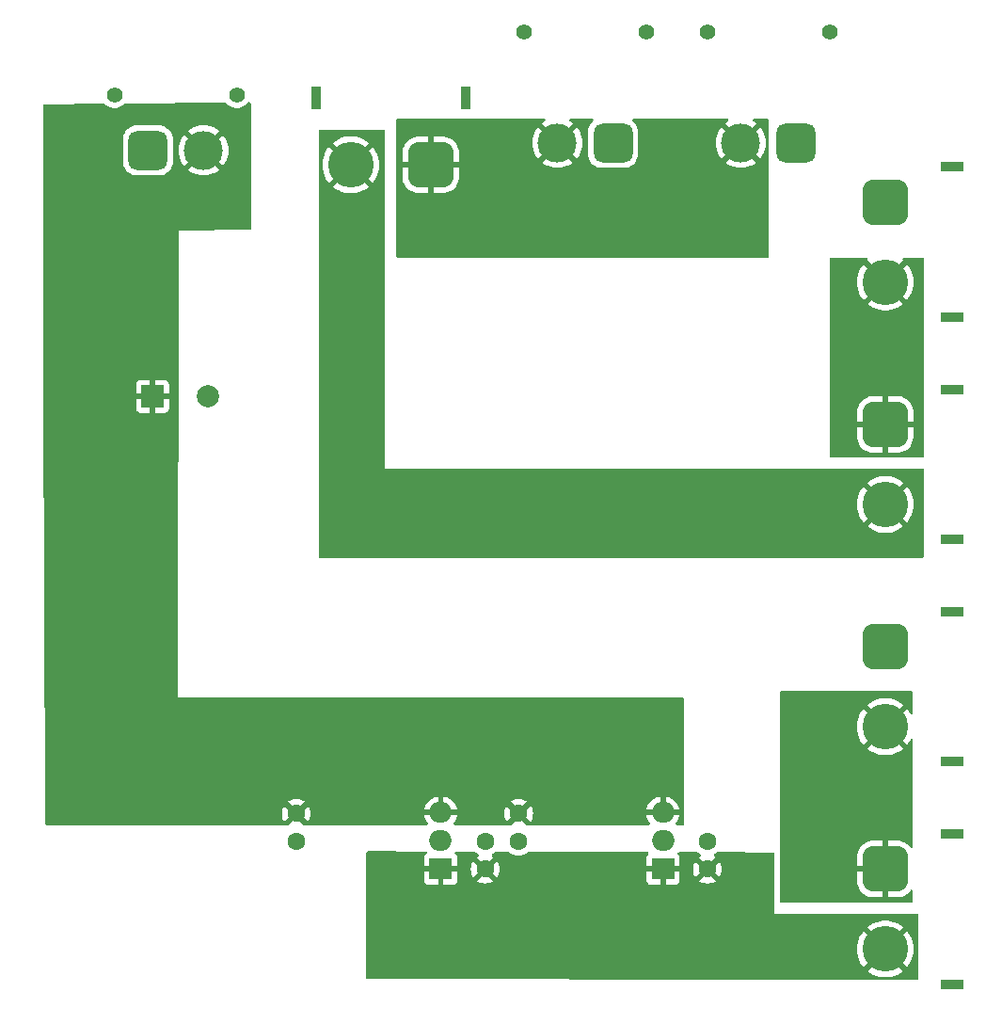
<source format=gbr>
%TF.GenerationSoftware,KiCad,Pcbnew,8.0.8-8.0.8-0~ubuntu24.04.1*%
%TF.CreationDate,2025-02-07T22:49:58+09:00*%
%TF.ProjectId,MainPowerSupply,4d61696e-506f-4776-9572-537570706c79,rev?*%
%TF.SameCoordinates,Original*%
%TF.FileFunction,Copper,L1,Top*%
%TF.FilePolarity,Positive*%
%FSLAX46Y46*%
G04 Gerber Fmt 4.6, Leading zero omitted, Abs format (unit mm)*
G04 Created by KiCad (PCBNEW 8.0.8-8.0.8-0~ubuntu24.04.1) date 2025-02-07 22:49:58*
%MOMM*%
%LPD*%
G01*
G04 APERTURE LIST*
G04 Aperture macros list*
%AMRoundRect*
0 Rectangle with rounded corners*
0 $1 Rounding radius*
0 $2 $3 $4 $5 $6 $7 $8 $9 X,Y pos of 4 corners*
0 Add a 4 corners polygon primitive as box body*
4,1,4,$2,$3,$4,$5,$6,$7,$8,$9,$2,$3,0*
0 Add four circle primitives for the rounded corners*
1,1,$1+$1,$2,$3*
1,1,$1+$1,$4,$5*
1,1,$1+$1,$6,$7*
1,1,$1+$1,$8,$9*
0 Add four rect primitives between the rounded corners*
20,1,$1+$1,$2,$3,$4,$5,0*
20,1,$1+$1,$4,$5,$6,$7,0*
20,1,$1+$1,$6,$7,$8,$9,0*
20,1,$1+$1,$8,$9,$2,$3,0*%
G04 Aperture macros list end*
%TA.AperFunction,ComponentPad*%
%ADD10R,2.000000X0.900000*%
%TD*%
%TA.AperFunction,ComponentPad*%
%ADD11RoundRect,1.025000X-1.025000X1.025000X-1.025000X-1.025000X1.025000X-1.025000X1.025000X1.025000X0*%
%TD*%
%TA.AperFunction,ComponentPad*%
%ADD12C,4.100000*%
%TD*%
%TA.AperFunction,ComponentPad*%
%ADD13C,1.400000*%
%TD*%
%TA.AperFunction,ComponentPad*%
%ADD14RoundRect,0.770000X-0.980000X-0.980000X0.980000X-0.980000X0.980000X0.980000X-0.980000X0.980000X0*%
%TD*%
%TA.AperFunction,ComponentPad*%
%ADD15C,3.500000*%
%TD*%
%TA.AperFunction,ComponentPad*%
%ADD16R,2.000000X2.000000*%
%TD*%
%TA.AperFunction,ComponentPad*%
%ADD17C,2.000000*%
%TD*%
%TA.AperFunction,ComponentPad*%
%ADD18R,0.900000X2.000000*%
%TD*%
%TA.AperFunction,ComponentPad*%
%ADD19RoundRect,1.025000X-1.025000X-1.025000X1.025000X-1.025000X1.025000X1.025000X-1.025000X1.025000X0*%
%TD*%
%TA.AperFunction,ComponentPad*%
%ADD20C,1.600000*%
%TD*%
%TA.AperFunction,ComponentPad*%
%ADD21R,2.000000X1.905000*%
%TD*%
%TA.AperFunction,ComponentPad*%
%ADD22O,2.000000X1.905000*%
%TD*%
G04 APERTURE END LIST*
D10*
%TO.P,J4,*%
%TO.N,*%
X186000000Y-66850000D03*
X186000000Y-80350000D03*
D11*
%TO.P,J4,1,Pin_1*%
%TO.N,GND*%
X180000000Y-70000000D03*
D12*
%TO.P,J4,2,Pin_2*%
%TO.N,motor_batt_connect*%
X180000000Y-77200000D03*
%TD*%
D13*
%TO.P,J10,*%
%TO.N,*%
X164000000Y-54675000D03*
X175000000Y-54675000D03*
D14*
%TO.P,J10,1,Pin_1*%
%TO.N,GND*%
X172000000Y-64675000D03*
D15*
%TO.P,J10,2,Pin_2*%
%TO.N,motor_high*%
X167000000Y-64675000D03*
%TD*%
D10*
%TO.P,J1,*%
%TO.N,*%
X186000000Y-106850000D03*
X186000000Y-120350000D03*
D11*
%TO.P,J1,1,Pin_1*%
%TO.N,OrinGND*%
X180000000Y-110000000D03*
D12*
%TO.P,J1,2,Pin_2*%
%TO.N,orin_batt_connect*%
X180000000Y-117200000D03*
%TD*%
D16*
%TO.P,C3,1*%
%TO.N,12V*%
X114082323Y-87500000D03*
D17*
%TO.P,C3,2*%
%TO.N,OrinGND*%
X119082323Y-87500000D03*
%TD*%
D18*
%TO.P,J8,*%
%TO.N,*%
X128750000Y-60650000D03*
X142250000Y-60650000D03*
D19*
%TO.P,J8,1,Pin_1*%
%TO.N,motor_high*%
X139100000Y-66650000D03*
D12*
%TO.P,J8,2,Pin_2*%
%TO.N,16V*%
X131900000Y-66650000D03*
%TD*%
D20*
%TO.P,C2,1*%
%TO.N,12V*%
X147000000Y-125000000D03*
%TO.P,C2,2*%
%TO.N,OrinGND*%
X147000000Y-127500000D03*
%TD*%
D10*
%TO.P,J5,*%
%TO.N,*%
X186000000Y-86850000D03*
X186000000Y-100350000D03*
D11*
%TO.P,J5,1,Pin_1*%
%TO.N,motor_batt_connect*%
X180000000Y-90000000D03*
D12*
%TO.P,J5,2,Pin_2*%
%TO.N,16V*%
X180000000Y-97200000D03*
%TD*%
D13*
%TO.P,J3,*%
%TO.N,*%
X110650000Y-60350000D03*
X121650000Y-60350000D03*
D14*
%TO.P,J3,1,Pin_1*%
%TO.N,OrinGND*%
X113650000Y-65350000D03*
D15*
%TO.P,J3,2,Pin_2*%
%TO.N,12V*%
X118650000Y-65350000D03*
%TD*%
D20*
%TO.P,C4,1*%
%TO.N,orin in*%
X144000000Y-130000000D03*
%TO.P,C4,2*%
%TO.N,OrinGND*%
X144000000Y-127500000D03*
%TD*%
%TO.P,C1,1*%
%TO.N,orin in*%
X164000000Y-130000000D03*
%TO.P,C1,2*%
%TO.N,OrinGND*%
X164000000Y-127500000D03*
%TD*%
D21*
%TO.P,U1,1,VI*%
%TO.N,orin in*%
X160000000Y-130000000D03*
D22*
%TO.P,U1,2,GND*%
%TO.N,OrinGND*%
X160000000Y-127460000D03*
%TO.P,U1,3,VO*%
%TO.N,12V*%
X160000000Y-124920000D03*
%TD*%
D21*
%TO.P,U2,1,VI*%
%TO.N,orin in*%
X140000000Y-130000000D03*
D22*
%TO.P,U2,2,GND*%
%TO.N,OrinGND*%
X140000000Y-127460000D03*
%TO.P,U2,3,VO*%
%TO.N,12V*%
X140000000Y-124920000D03*
%TD*%
D20*
%TO.P,C5,1*%
%TO.N,12V*%
X127000000Y-125000000D03*
%TO.P,C5,2*%
%TO.N,OrinGND*%
X127000000Y-127500000D03*
%TD*%
D10*
%TO.P,J2,*%
%TO.N,*%
X186000000Y-126850000D03*
X186000000Y-140350000D03*
D11*
%TO.P,J2,1,Pin_1*%
%TO.N,orin_batt_connect*%
X180000000Y-130000000D03*
D12*
%TO.P,J2,2,Pin_2*%
%TO.N,orin in*%
X180000000Y-137200000D03*
%TD*%
D13*
%TO.P,J9,*%
%TO.N,*%
X147500000Y-54675000D03*
X158500000Y-54675000D03*
D14*
%TO.P,J9,1,Pin_1*%
%TO.N,GND*%
X155500000Y-64675000D03*
D15*
%TO.P,J9,2,Pin_2*%
%TO.N,motor_high*%
X150500000Y-64675000D03*
%TD*%
%TA.AperFunction,Conductor*%
%TO.N,motor_high*%
G36*
X149363491Y-62519685D02*
G01*
X149409246Y-62572489D01*
X149419190Y-62641647D01*
X149390165Y-62705203D01*
X149365343Y-62727102D01*
X149127346Y-62886126D01*
X149127339Y-62886131D01*
X149093959Y-62915403D01*
X149093959Y-62915405D01*
X150027028Y-63848474D01*
X149894410Y-63937087D01*
X149762087Y-64069410D01*
X149673474Y-64202027D01*
X148740405Y-63268959D01*
X148740403Y-63268959D01*
X148711131Y-63302339D01*
X148711126Y-63302346D01*
X148547265Y-63547580D01*
X148547258Y-63547593D01*
X148416812Y-63812111D01*
X148322005Y-64091400D01*
X148322001Y-64091415D01*
X148264464Y-64380675D01*
X148264462Y-64380687D01*
X148245172Y-64675000D01*
X148264462Y-64969312D01*
X148264464Y-64969324D01*
X148322001Y-65258584D01*
X148322005Y-65258599D01*
X148416812Y-65537888D01*
X148547258Y-65802406D01*
X148547265Y-65802419D01*
X148711123Y-66047649D01*
X148740405Y-66081040D01*
X149673474Y-65147971D01*
X149762087Y-65280590D01*
X149894410Y-65412913D01*
X150027027Y-65501525D01*
X149093958Y-66434593D01*
X149127350Y-66463876D01*
X149372580Y-66627734D01*
X149372593Y-66627741D01*
X149637111Y-66758187D01*
X149916400Y-66852994D01*
X149916415Y-66852998D01*
X150205675Y-66910535D01*
X150205687Y-66910537D01*
X150500000Y-66929827D01*
X150794312Y-66910537D01*
X150794324Y-66910535D01*
X151083584Y-66852998D01*
X151083599Y-66852994D01*
X151362888Y-66758187D01*
X151627406Y-66627741D01*
X151627419Y-66627734D01*
X151872648Y-66463877D01*
X151906039Y-66434593D01*
X150972971Y-65501525D01*
X151105590Y-65412913D01*
X151237913Y-65280590D01*
X151326525Y-65147971D01*
X152259593Y-66081039D01*
X152288877Y-66047648D01*
X152452734Y-65802419D01*
X152452741Y-65802406D01*
X152583187Y-65537888D01*
X152677994Y-65258599D01*
X152677998Y-65258584D01*
X152735535Y-64969324D01*
X152735537Y-64969312D01*
X152754827Y-64675000D01*
X152735537Y-64380687D01*
X152735535Y-64380675D01*
X152677998Y-64091415D01*
X152677994Y-64091400D01*
X152583187Y-63812111D01*
X152452741Y-63547593D01*
X152452734Y-63547580D01*
X152288876Y-63302350D01*
X152259593Y-63268958D01*
X151326525Y-64202027D01*
X151237913Y-64069410D01*
X151105590Y-63937087D01*
X150972971Y-63848474D01*
X151906040Y-62915405D01*
X151872649Y-62886123D01*
X151634657Y-62727102D01*
X151589852Y-62673490D01*
X151581145Y-62604165D01*
X151611299Y-62541138D01*
X151670742Y-62504418D01*
X151703548Y-62500000D01*
X153618910Y-62500000D01*
X153685949Y-62519685D01*
X153731704Y-62572489D01*
X153741648Y-62641647D01*
X153712623Y-62705203D01*
X153706148Y-62711561D01*
X153706415Y-62711828D01*
X153540769Y-62877473D01*
X153540759Y-62877485D01*
X153410531Y-63065456D01*
X153410528Y-63065462D01*
X153315949Y-63273684D01*
X153260070Y-63495447D01*
X153249500Y-63629747D01*
X153249500Y-65720238D01*
X153249501Y-65720253D01*
X153253458Y-65770534D01*
X153260070Y-65854553D01*
X153315949Y-66076316D01*
X153318095Y-66081040D01*
X153410528Y-66284537D01*
X153410531Y-66284543D01*
X153540759Y-66472514D01*
X153540763Y-66472519D01*
X153540766Y-66472523D01*
X153702477Y-66634234D01*
X153702481Y-66634237D01*
X153702485Y-66634240D01*
X153890456Y-66764468D01*
X153890462Y-66764471D01*
X153890463Y-66764471D01*
X153890464Y-66764472D01*
X154098684Y-66859051D01*
X154320447Y-66914930D01*
X154454753Y-66925500D01*
X156545246Y-66925499D01*
X156679553Y-66914930D01*
X156901316Y-66859051D01*
X157109536Y-66764472D01*
X157109538Y-66764470D01*
X157109543Y-66764468D01*
X157297514Y-66634240D01*
X157297523Y-66634234D01*
X157459234Y-66472523D01*
X157509478Y-66400000D01*
X157589468Y-66284543D01*
X157589471Y-66284537D01*
X157589472Y-66284536D01*
X157684051Y-66076316D01*
X157739930Y-65854553D01*
X157750500Y-65720247D01*
X157750499Y-63629754D01*
X157739930Y-63495447D01*
X157684051Y-63273684D01*
X157589472Y-63065464D01*
X157589471Y-63065462D01*
X157589468Y-63065456D01*
X157459240Y-62877485D01*
X157459237Y-62877481D01*
X157459234Y-62877477D01*
X157297523Y-62715766D01*
X157293585Y-62711828D01*
X157295446Y-62709966D01*
X157262766Y-62661088D01*
X157261499Y-62591229D01*
X157298200Y-62531776D01*
X157361219Y-62501603D01*
X157381090Y-62500000D01*
X165796452Y-62500000D01*
X165863491Y-62519685D01*
X165909246Y-62572489D01*
X165919190Y-62641647D01*
X165890165Y-62705203D01*
X165865343Y-62727102D01*
X165627346Y-62886126D01*
X165627339Y-62886131D01*
X165593959Y-62915403D01*
X165593959Y-62915405D01*
X166527028Y-63848474D01*
X166394410Y-63937087D01*
X166262087Y-64069410D01*
X166173474Y-64202028D01*
X165240405Y-63268959D01*
X165240403Y-63268959D01*
X165211131Y-63302339D01*
X165211126Y-63302346D01*
X165047265Y-63547580D01*
X165047258Y-63547593D01*
X164916812Y-63812111D01*
X164822005Y-64091400D01*
X164822001Y-64091415D01*
X164764464Y-64380675D01*
X164764462Y-64380687D01*
X164745172Y-64675000D01*
X164764462Y-64969312D01*
X164764464Y-64969324D01*
X164822001Y-65258584D01*
X164822005Y-65258599D01*
X164916812Y-65537888D01*
X165047258Y-65802406D01*
X165047265Y-65802419D01*
X165211123Y-66047649D01*
X165240405Y-66081040D01*
X166173474Y-65147971D01*
X166262087Y-65280590D01*
X166394410Y-65412913D01*
X166527027Y-65501525D01*
X165593958Y-66434593D01*
X165627350Y-66463876D01*
X165872580Y-66627734D01*
X165872593Y-66627741D01*
X166137111Y-66758187D01*
X166416400Y-66852994D01*
X166416415Y-66852998D01*
X166705675Y-66910535D01*
X166705687Y-66910537D01*
X167000000Y-66929827D01*
X167294312Y-66910537D01*
X167294324Y-66910535D01*
X167583584Y-66852998D01*
X167583599Y-66852994D01*
X167862888Y-66758187D01*
X168127406Y-66627741D01*
X168127419Y-66627734D01*
X168372648Y-66463877D01*
X168406039Y-66434593D01*
X167472971Y-65501525D01*
X167605590Y-65412913D01*
X167737913Y-65280590D01*
X167826525Y-65147971D01*
X168759593Y-66081039D01*
X168788877Y-66047648D01*
X168952734Y-65802419D01*
X168952741Y-65802406D01*
X169083187Y-65537888D01*
X169177994Y-65258599D01*
X169177998Y-65258584D01*
X169235535Y-64969324D01*
X169235537Y-64969312D01*
X169252265Y-64714096D01*
X169265975Y-64676658D01*
X169257023Y-64662728D01*
X169252265Y-64635903D01*
X169235537Y-64380687D01*
X169235535Y-64380675D01*
X169177998Y-64091415D01*
X169177994Y-64091400D01*
X169083187Y-63812111D01*
X168952741Y-63547593D01*
X168952734Y-63547580D01*
X168788876Y-63302350D01*
X168759593Y-63268958D01*
X167826525Y-64202027D01*
X167737913Y-64069410D01*
X167605590Y-63937087D01*
X167472971Y-63848474D01*
X168406040Y-62915405D01*
X168372649Y-62886123D01*
X168134657Y-62727102D01*
X168089852Y-62673490D01*
X168081145Y-62604165D01*
X168111299Y-62541138D01*
X168170742Y-62504418D01*
X168203548Y-62500000D01*
X169376000Y-62500000D01*
X169443039Y-62519685D01*
X169488794Y-62572489D01*
X169500000Y-62624000D01*
X169500000Y-64627793D01*
X169486042Y-64675327D01*
X169497007Y-64695127D01*
X169500000Y-64722206D01*
X169500000Y-74876000D01*
X169480315Y-74943039D01*
X169427511Y-74988794D01*
X169376000Y-75000000D01*
X136124000Y-75000000D01*
X136056961Y-74980315D01*
X136011206Y-74927511D01*
X136000000Y-74876000D01*
X136000000Y-65554731D01*
X136550000Y-65554731D01*
X136550000Y-66400000D01*
X137772769Y-66400000D01*
X137750000Y-66543753D01*
X137750000Y-66756247D01*
X137772769Y-66900000D01*
X136550000Y-66900000D01*
X136550000Y-67745268D01*
X136560215Y-67889958D01*
X136560217Y-67889968D01*
X136614313Y-68130165D01*
X136614315Y-68130172D01*
X136706244Y-68358585D01*
X136833620Y-68569289D01*
X136833627Y-68569299D01*
X136993153Y-68756846D01*
X137180700Y-68916372D01*
X137180710Y-68916379D01*
X137391414Y-69043755D01*
X137619827Y-69135684D01*
X137619834Y-69135686D01*
X137860031Y-69189782D01*
X137860041Y-69189784D01*
X138004731Y-69199999D01*
X138004734Y-69200000D01*
X138850000Y-69200000D01*
X138850000Y-67977231D01*
X138993753Y-68000000D01*
X139206247Y-68000000D01*
X139350000Y-67977231D01*
X139350000Y-69200000D01*
X140195266Y-69200000D01*
X140195268Y-69199999D01*
X140339958Y-69189784D01*
X140339968Y-69189782D01*
X140580165Y-69135686D01*
X140580172Y-69135684D01*
X140808585Y-69043755D01*
X141019289Y-68916379D01*
X141019299Y-68916372D01*
X141206846Y-68756846D01*
X141366372Y-68569299D01*
X141366379Y-68569289D01*
X141493755Y-68358585D01*
X141585684Y-68130172D01*
X141585686Y-68130165D01*
X141639782Y-67889968D01*
X141639784Y-67889958D01*
X141649999Y-67745268D01*
X141650000Y-67745266D01*
X141650000Y-66900000D01*
X140427231Y-66900000D01*
X140450000Y-66756247D01*
X140450000Y-66543753D01*
X140427231Y-66400000D01*
X141650000Y-66400000D01*
X141650000Y-65554734D01*
X141649999Y-65554731D01*
X141639784Y-65410041D01*
X141639782Y-65410031D01*
X141585686Y-65169834D01*
X141585684Y-65169827D01*
X141493755Y-64941414D01*
X141366379Y-64730710D01*
X141366372Y-64730700D01*
X141206846Y-64543153D01*
X141019299Y-64383627D01*
X141019289Y-64383620D01*
X140808585Y-64256244D01*
X140580172Y-64164315D01*
X140580165Y-64164313D01*
X140339968Y-64110217D01*
X140339958Y-64110215D01*
X140195268Y-64100000D01*
X139350000Y-64100000D01*
X139350000Y-65322768D01*
X139206247Y-65300000D01*
X138993753Y-65300000D01*
X138850000Y-65322768D01*
X138850000Y-64100000D01*
X138004731Y-64100000D01*
X137860041Y-64110215D01*
X137860031Y-64110217D01*
X137619834Y-64164313D01*
X137619827Y-64164315D01*
X137391414Y-64256244D01*
X137180710Y-64383620D01*
X137180700Y-64383627D01*
X136993153Y-64543153D01*
X136833627Y-64730700D01*
X136833620Y-64730710D01*
X136706244Y-64941414D01*
X136614315Y-65169827D01*
X136614313Y-65169834D01*
X136560217Y-65410031D01*
X136560215Y-65410041D01*
X136550000Y-65554731D01*
X136000000Y-65554731D01*
X136000000Y-62624000D01*
X136019685Y-62556961D01*
X136072489Y-62511206D01*
X136124000Y-62500000D01*
X149296452Y-62500000D01*
X149363491Y-62519685D01*
G37*
%TD.AperFunction*%
%TD*%
%TA.AperFunction,Conductor*%
%TO.N,12V*%
G36*
X122841920Y-61020307D02*
G01*
X122888237Y-61072619D01*
X122900000Y-61125333D01*
X122900000Y-72377319D01*
X122880315Y-72444358D01*
X122827511Y-72490113D01*
X122777326Y-72501312D01*
X116434235Y-72569151D01*
X116434235Y-72569152D01*
X116434234Y-72569152D01*
X104221334Y-72699771D01*
X104221333Y-72699771D01*
X104221289Y-72686969D01*
X104203024Y-72654076D01*
X104200000Y-72626859D01*
X104200000Y-64304747D01*
X111399500Y-64304747D01*
X111399500Y-66395238D01*
X111399501Y-66395253D01*
X111405966Y-66477406D01*
X111410070Y-66529553D01*
X111465949Y-66751316D01*
X111468095Y-66756040D01*
X111560528Y-66959537D01*
X111560531Y-66959543D01*
X111690759Y-67147514D01*
X111690763Y-67147519D01*
X111690766Y-67147523D01*
X111852477Y-67309234D01*
X111852481Y-67309237D01*
X111852485Y-67309240D01*
X112040456Y-67439468D01*
X112040462Y-67439471D01*
X112040463Y-67439471D01*
X112040464Y-67439472D01*
X112248684Y-67534051D01*
X112470447Y-67589930D01*
X112604753Y-67600500D01*
X114695246Y-67600499D01*
X114829553Y-67589930D01*
X115051316Y-67534051D01*
X115259536Y-67439472D01*
X115259538Y-67439470D01*
X115259543Y-67439468D01*
X115447514Y-67309240D01*
X115447523Y-67309234D01*
X115609234Y-67147523D01*
X115637477Y-67106756D01*
X115739468Y-66959543D01*
X115739471Y-66959537D01*
X115739472Y-66959536D01*
X115834051Y-66751316D01*
X115889930Y-66529553D01*
X115900500Y-66395247D01*
X115900499Y-65350000D01*
X116395172Y-65350000D01*
X116414462Y-65644312D01*
X116414464Y-65644324D01*
X116472001Y-65933584D01*
X116472005Y-65933599D01*
X116566812Y-66212888D01*
X116697258Y-66477406D01*
X116697265Y-66477419D01*
X116861123Y-66722649D01*
X116890405Y-66756040D01*
X117823474Y-65822971D01*
X117912087Y-65955590D01*
X118044410Y-66087913D01*
X118177027Y-66176525D01*
X117243958Y-67109593D01*
X117277350Y-67138876D01*
X117522580Y-67302734D01*
X117522593Y-67302741D01*
X117787111Y-67433187D01*
X118066400Y-67527994D01*
X118066415Y-67527998D01*
X118355675Y-67585535D01*
X118355687Y-67585537D01*
X118650000Y-67604827D01*
X118944312Y-67585537D01*
X118944324Y-67585535D01*
X119233584Y-67527998D01*
X119233599Y-67527994D01*
X119512888Y-67433187D01*
X119777406Y-67302741D01*
X119777419Y-67302734D01*
X120022648Y-67138877D01*
X120056039Y-67109593D01*
X119122971Y-66176525D01*
X119255590Y-66087913D01*
X119387913Y-65955590D01*
X119476525Y-65822971D01*
X120409593Y-66756039D01*
X120438877Y-66722648D01*
X120602734Y-66477419D01*
X120602741Y-66477406D01*
X120733187Y-66212888D01*
X120827994Y-65933599D01*
X120827998Y-65933584D01*
X120885535Y-65644324D01*
X120885537Y-65644312D01*
X120904827Y-65350000D01*
X120885537Y-65055687D01*
X120885535Y-65055675D01*
X120827998Y-64766415D01*
X120827994Y-64766400D01*
X120733187Y-64487111D01*
X120602741Y-64222593D01*
X120602734Y-64222580D01*
X120438876Y-63977350D01*
X120409593Y-63943958D01*
X119476525Y-64877027D01*
X119387913Y-64744410D01*
X119255590Y-64612087D01*
X119122971Y-64523474D01*
X120056040Y-63590405D01*
X120022649Y-63561123D01*
X119777419Y-63397265D01*
X119777406Y-63397258D01*
X119512888Y-63266812D01*
X119233599Y-63172005D01*
X119233584Y-63172001D01*
X118944324Y-63114464D01*
X118944312Y-63114462D01*
X118650000Y-63095172D01*
X118355687Y-63114462D01*
X118355675Y-63114464D01*
X118066415Y-63172001D01*
X118066400Y-63172005D01*
X117787111Y-63266812D01*
X117522593Y-63397258D01*
X117522580Y-63397265D01*
X117277346Y-63561126D01*
X117277339Y-63561131D01*
X117243959Y-63590403D01*
X117243959Y-63590405D01*
X118177028Y-64523474D01*
X118044410Y-64612087D01*
X117912087Y-64744410D01*
X117823474Y-64877028D01*
X116890405Y-63943959D01*
X116890403Y-63943959D01*
X116861131Y-63977339D01*
X116861126Y-63977346D01*
X116697265Y-64222580D01*
X116697258Y-64222593D01*
X116566812Y-64487111D01*
X116472005Y-64766400D01*
X116472001Y-64766415D01*
X116414464Y-65055675D01*
X116414462Y-65055687D01*
X116395172Y-65350000D01*
X115900499Y-65350000D01*
X115900499Y-64304754D01*
X115889930Y-64170447D01*
X115834051Y-63948684D01*
X115739472Y-63740464D01*
X115739471Y-63740462D01*
X115739468Y-63740456D01*
X115609240Y-63552485D01*
X115609237Y-63552481D01*
X115609234Y-63552477D01*
X115447523Y-63390766D01*
X115447519Y-63390763D01*
X115447514Y-63390759D01*
X115259543Y-63260531D01*
X115259537Y-63260528D01*
X115155426Y-63213238D01*
X115051316Y-63165949D01*
X114829553Y-63110070D01*
X114695247Y-63099500D01*
X114695245Y-63099500D01*
X112604761Y-63099500D01*
X112604746Y-63099501D01*
X112470447Y-63110070D01*
X112248684Y-63165949D01*
X112040462Y-63260528D01*
X112040456Y-63260531D01*
X111852485Y-63390759D01*
X111852473Y-63390769D01*
X111690769Y-63552473D01*
X111690759Y-63552485D01*
X111560531Y-63740456D01*
X111560528Y-63740462D01*
X111465949Y-63948684D01*
X111410070Y-64170447D01*
X111399500Y-64304747D01*
X104200000Y-64304747D01*
X104200000Y-61322680D01*
X104219685Y-61255641D01*
X104272489Y-61209886D01*
X104322669Y-61198688D01*
X109686704Y-61141318D01*
X109753948Y-61160285D01*
X109771560Y-61173668D01*
X109923438Y-61312124D01*
X109923440Y-61312125D01*
X109923441Y-61312126D01*
X110112595Y-61429245D01*
X110112596Y-61429245D01*
X110112599Y-61429247D01*
X110320060Y-61509618D01*
X110538757Y-61550500D01*
X110538759Y-61550500D01*
X110761241Y-61550500D01*
X110761243Y-61550500D01*
X110979940Y-61509618D01*
X111187401Y-61429247D01*
X111376562Y-61312124D01*
X111540981Y-61162236D01*
X111540993Y-61162218D01*
X111542132Y-61160972D01*
X111542840Y-61160541D01*
X111545218Y-61158374D01*
X111545641Y-61158838D01*
X111601840Y-61124685D01*
X111632447Y-61120508D01*
X120592070Y-61024683D01*
X120659314Y-61043650D01*
X120692347Y-61073948D01*
X120758064Y-61160972D01*
X120759021Y-61162238D01*
X120759025Y-61162242D01*
X120923437Y-61312123D01*
X120923439Y-61312125D01*
X121112595Y-61429245D01*
X121112596Y-61429245D01*
X121112599Y-61429247D01*
X121320060Y-61509618D01*
X121538757Y-61550500D01*
X121538759Y-61550500D01*
X121761241Y-61550500D01*
X121761243Y-61550500D01*
X121979940Y-61509618D01*
X122187401Y-61429247D01*
X122376562Y-61312124D01*
X122540972Y-61162244D01*
X122540979Y-61162238D01*
X122540981Y-61162236D01*
X122624859Y-61051162D01*
X122680965Y-61009529D01*
X122722481Y-61001898D01*
X122774675Y-61001340D01*
X122841920Y-61020307D01*
G37*
%TD.AperFunction*%
%TD*%
%TA.AperFunction,Conductor*%
%TO.N,orin_batt_connect*%
G36*
X182443039Y-114019685D02*
G01*
X182488794Y-114072489D01*
X182500000Y-114124000D01*
X182500000Y-115969008D01*
X182480315Y-116036047D01*
X182427511Y-116081802D01*
X182358353Y-116091746D01*
X182294797Y-116062721D01*
X182263802Y-116021805D01*
X182239002Y-115969102D01*
X182238998Y-115969096D01*
X182067078Y-115698193D01*
X181971224Y-115582326D01*
X181115270Y-116438281D01*
X181029722Y-116320534D01*
X180879466Y-116170278D01*
X180761717Y-116084728D01*
X181620822Y-115225623D01*
X181369063Y-115042709D01*
X181369053Y-115042702D01*
X181087883Y-114888128D01*
X181087875Y-114888124D01*
X180789555Y-114770012D01*
X180478766Y-114690215D01*
X180478757Y-114690213D01*
X180160443Y-114650000D01*
X179839556Y-114650000D01*
X179521242Y-114690213D01*
X179521233Y-114690215D01*
X179210444Y-114770012D01*
X178912124Y-114888124D01*
X178912116Y-114888128D01*
X178630946Y-115042702D01*
X178630928Y-115042714D01*
X178379177Y-115225621D01*
X178379176Y-115225623D01*
X179238282Y-116084728D01*
X179120534Y-116170278D01*
X178970278Y-116320534D01*
X178884729Y-116438282D01*
X178028773Y-115582326D01*
X177932924Y-115698188D01*
X177761001Y-115969096D01*
X177760998Y-115969102D01*
X177624384Y-116259419D01*
X177624382Y-116259424D01*
X177525230Y-116564582D01*
X177465104Y-116879771D01*
X177465103Y-116879778D01*
X177444958Y-117199994D01*
X177444958Y-117200005D01*
X177465103Y-117520221D01*
X177465104Y-117520228D01*
X177525230Y-117835417D01*
X177624382Y-118140575D01*
X177624384Y-118140580D01*
X177760998Y-118430897D01*
X177761001Y-118430903D01*
X177932921Y-118701806D01*
X178028773Y-118817671D01*
X178884728Y-117961716D01*
X178970278Y-118079466D01*
X179120534Y-118229722D01*
X179238281Y-118315270D01*
X178379176Y-119174375D01*
X178630936Y-119357290D01*
X178630946Y-119357297D01*
X178912116Y-119511871D01*
X178912124Y-119511875D01*
X179210444Y-119629987D01*
X179521233Y-119709784D01*
X179521242Y-119709786D01*
X179839556Y-119749999D01*
X179839570Y-119750000D01*
X180160430Y-119750000D01*
X180160443Y-119749999D01*
X180478757Y-119709786D01*
X180478766Y-119709784D01*
X180789555Y-119629987D01*
X181087875Y-119511875D01*
X181087883Y-119511871D01*
X181369047Y-119357300D01*
X181369058Y-119357293D01*
X181620821Y-119174375D01*
X181620822Y-119174375D01*
X180761717Y-118315271D01*
X180879466Y-118229722D01*
X181029722Y-118079466D01*
X181115271Y-117961717D01*
X181971225Y-118817671D01*
X182067068Y-118701819D01*
X182239000Y-118430899D01*
X182263801Y-118378195D01*
X182310156Y-118325917D01*
X182377416Y-118306999D01*
X182444226Y-118327448D01*
X182489375Y-118380771D01*
X182500000Y-118430991D01*
X182500000Y-128022355D01*
X182480315Y-128089394D01*
X182427511Y-128135149D01*
X182358353Y-128145093D01*
X182294797Y-128116068D01*
X182269884Y-128086507D01*
X182266379Y-128080709D01*
X182266372Y-128080700D01*
X182106846Y-127893153D01*
X181919299Y-127733627D01*
X181919289Y-127733620D01*
X181708585Y-127606244D01*
X181480172Y-127514315D01*
X181480165Y-127514313D01*
X181239968Y-127460217D01*
X181239958Y-127460215D01*
X181095268Y-127450000D01*
X180250000Y-127450000D01*
X180250000Y-128672768D01*
X180106247Y-128650000D01*
X179893753Y-128650000D01*
X179750000Y-128672768D01*
X179750000Y-127450000D01*
X178904731Y-127450000D01*
X178760041Y-127460215D01*
X178760031Y-127460217D01*
X178519834Y-127514313D01*
X178519827Y-127514315D01*
X178291414Y-127606244D01*
X178080710Y-127733620D01*
X178080700Y-127733627D01*
X177893153Y-127893153D01*
X177733627Y-128080700D01*
X177733620Y-128080710D01*
X177606244Y-128291414D01*
X177514315Y-128519827D01*
X177514313Y-128519834D01*
X177460217Y-128760031D01*
X177460215Y-128760041D01*
X177450000Y-128904731D01*
X177450000Y-129750000D01*
X178672769Y-129750000D01*
X178650000Y-129893753D01*
X178650000Y-130106247D01*
X178672769Y-130250000D01*
X177450000Y-130250000D01*
X177450000Y-131095268D01*
X177460215Y-131239958D01*
X177460217Y-131239968D01*
X177514313Y-131480165D01*
X177514315Y-131480172D01*
X177606244Y-131708585D01*
X177733620Y-131919289D01*
X177733627Y-131919299D01*
X177893153Y-132106846D01*
X178080700Y-132266372D01*
X178080710Y-132266379D01*
X178291414Y-132393755D01*
X178519827Y-132485684D01*
X178519834Y-132485686D01*
X178760031Y-132539782D01*
X178760041Y-132539784D01*
X178904731Y-132549999D01*
X178904734Y-132550000D01*
X179750000Y-132550000D01*
X179750000Y-131327231D01*
X179893753Y-131350000D01*
X180106247Y-131350000D01*
X180250000Y-131327231D01*
X180250000Y-132550000D01*
X181095266Y-132550000D01*
X181095268Y-132549999D01*
X181239958Y-132539784D01*
X181239968Y-132539782D01*
X181480165Y-132485686D01*
X181480172Y-132485684D01*
X181708585Y-132393755D01*
X181919289Y-132266379D01*
X181919299Y-132266372D01*
X182106846Y-132106846D01*
X182266372Y-131919299D01*
X182266377Y-131919292D01*
X182269881Y-131913497D01*
X182321408Y-131866308D01*
X182390267Y-131854467D01*
X182454596Y-131881735D01*
X182493972Y-131939452D01*
X182500000Y-131977644D01*
X182500000Y-132876000D01*
X182480315Y-132943039D01*
X182427511Y-132988794D01*
X182376000Y-133000000D01*
X170624000Y-133000000D01*
X170556961Y-132980315D01*
X170511206Y-132927511D01*
X170500000Y-132876000D01*
X170500000Y-114124000D01*
X170519685Y-114056961D01*
X170572489Y-114011206D01*
X170624000Y-114000000D01*
X182376000Y-114000000D01*
X182443039Y-114019685D01*
G37*
%TD.AperFunction*%
%TD*%
%TA.AperFunction,Conductor*%
%TO.N,motor_batt_connect*%
G36*
X178375126Y-75019685D02*
G01*
X178420881Y-75072489D01*
X178430825Y-75141647D01*
X178401800Y-75205203D01*
X178380972Y-75224318D01*
X178379177Y-75225622D01*
X178379176Y-75225623D01*
X179238282Y-76084728D01*
X179120534Y-76170278D01*
X178970278Y-76320534D01*
X178884729Y-76438282D01*
X178028773Y-75582326D01*
X177932924Y-75698188D01*
X177761001Y-75969096D01*
X177760998Y-75969102D01*
X177624384Y-76259419D01*
X177624382Y-76259424D01*
X177525230Y-76564582D01*
X177465104Y-76879771D01*
X177465103Y-76879778D01*
X177444958Y-77199994D01*
X177444958Y-77200005D01*
X177465103Y-77520221D01*
X177465104Y-77520228D01*
X177525230Y-77835417D01*
X177624382Y-78140575D01*
X177624384Y-78140580D01*
X177760998Y-78430897D01*
X177761001Y-78430903D01*
X177932921Y-78701806D01*
X178028773Y-78817671D01*
X178884728Y-77961716D01*
X178970278Y-78079466D01*
X179120534Y-78229722D01*
X179238281Y-78315270D01*
X178379176Y-79174375D01*
X178630936Y-79357290D01*
X178630946Y-79357297D01*
X178912116Y-79511871D01*
X178912124Y-79511875D01*
X179210444Y-79629987D01*
X179521233Y-79709784D01*
X179521242Y-79709786D01*
X179839556Y-79749999D01*
X179839570Y-79750000D01*
X180160430Y-79750000D01*
X180160443Y-79749999D01*
X180478757Y-79709786D01*
X180478766Y-79709784D01*
X180789555Y-79629987D01*
X181087875Y-79511875D01*
X181087883Y-79511871D01*
X181369047Y-79357300D01*
X181369058Y-79357293D01*
X181620821Y-79174375D01*
X181620822Y-79174375D01*
X180761717Y-78315271D01*
X180879466Y-78229722D01*
X181029722Y-78079466D01*
X181115271Y-77961717D01*
X181971225Y-78817671D01*
X182067068Y-78701819D01*
X182239002Y-78430896D01*
X182375615Y-78140580D01*
X182375617Y-78140575D01*
X182474769Y-77835417D01*
X182534895Y-77520228D01*
X182534896Y-77520221D01*
X182555042Y-77200005D01*
X182555042Y-77199994D01*
X182534896Y-76879778D01*
X182534895Y-76879771D01*
X182474769Y-76564582D01*
X182375617Y-76259424D01*
X182375615Y-76259419D01*
X182239001Y-75969102D01*
X182238998Y-75969096D01*
X182067078Y-75698193D01*
X181971224Y-75582326D01*
X181115270Y-76438281D01*
X181029722Y-76320534D01*
X180879466Y-76170278D01*
X180761717Y-76084728D01*
X181620822Y-75225623D01*
X181620821Y-75225622D01*
X181619026Y-75224318D01*
X181576360Y-75168988D01*
X181570381Y-75099375D01*
X181602987Y-75037580D01*
X181663825Y-75003223D01*
X181691911Y-75000000D01*
X183376000Y-75000000D01*
X183443039Y-75019685D01*
X183488794Y-75072489D01*
X183500000Y-75124000D01*
X183500000Y-92876000D01*
X183480315Y-92943039D01*
X183427511Y-92988794D01*
X183376000Y-93000000D01*
X175124000Y-93000000D01*
X175056961Y-92980315D01*
X175011206Y-92927511D01*
X175000000Y-92876000D01*
X175000000Y-88904731D01*
X177450000Y-88904731D01*
X177450000Y-89750000D01*
X178672769Y-89750000D01*
X178650000Y-89893753D01*
X178650000Y-90106247D01*
X178672769Y-90250000D01*
X177450000Y-90250000D01*
X177450000Y-91095268D01*
X177460215Y-91239958D01*
X177460217Y-91239968D01*
X177514313Y-91480165D01*
X177514315Y-91480172D01*
X177606244Y-91708585D01*
X177733620Y-91919289D01*
X177733627Y-91919299D01*
X177893153Y-92106846D01*
X178080700Y-92266372D01*
X178080710Y-92266379D01*
X178291414Y-92393755D01*
X178519827Y-92485684D01*
X178519834Y-92485686D01*
X178760031Y-92539782D01*
X178760041Y-92539784D01*
X178904731Y-92549999D01*
X178904734Y-92550000D01*
X179750000Y-92550000D01*
X179750000Y-91327231D01*
X179893753Y-91350000D01*
X180106247Y-91350000D01*
X180250000Y-91327231D01*
X180250000Y-92550000D01*
X181095266Y-92550000D01*
X181095268Y-92549999D01*
X181239958Y-92539784D01*
X181239968Y-92539782D01*
X181480165Y-92485686D01*
X181480172Y-92485684D01*
X181708585Y-92393755D01*
X181919289Y-92266379D01*
X181919299Y-92266372D01*
X182106846Y-92106846D01*
X182266372Y-91919299D01*
X182266379Y-91919289D01*
X182393755Y-91708585D01*
X182485684Y-91480172D01*
X182485686Y-91480165D01*
X182539782Y-91239968D01*
X182539784Y-91239958D01*
X182549999Y-91095268D01*
X182550000Y-91095266D01*
X182550000Y-90250000D01*
X181327231Y-90250000D01*
X181350000Y-90106247D01*
X181350000Y-89893753D01*
X181327231Y-89750000D01*
X182550000Y-89750000D01*
X182550000Y-88904734D01*
X182549999Y-88904731D01*
X182539784Y-88760041D01*
X182539782Y-88760031D01*
X182485686Y-88519834D01*
X182485684Y-88519827D01*
X182393755Y-88291414D01*
X182266379Y-88080710D01*
X182266372Y-88080700D01*
X182106846Y-87893153D01*
X181919299Y-87733627D01*
X181919289Y-87733620D01*
X181708585Y-87606244D01*
X181480172Y-87514315D01*
X181480165Y-87514313D01*
X181239968Y-87460217D01*
X181239958Y-87460215D01*
X181095268Y-87450000D01*
X180250000Y-87450000D01*
X180250000Y-88672768D01*
X180106247Y-88650000D01*
X179893753Y-88650000D01*
X179750000Y-88672768D01*
X179750000Y-87450000D01*
X178904731Y-87450000D01*
X178760041Y-87460215D01*
X178760031Y-87460217D01*
X178519834Y-87514313D01*
X178519827Y-87514315D01*
X178291414Y-87606244D01*
X178080710Y-87733620D01*
X178080700Y-87733627D01*
X177893153Y-87893153D01*
X177733627Y-88080700D01*
X177733620Y-88080710D01*
X177606244Y-88291414D01*
X177514315Y-88519827D01*
X177514313Y-88519834D01*
X177460217Y-88760031D01*
X177460215Y-88760041D01*
X177450000Y-88904731D01*
X175000000Y-88904731D01*
X175000000Y-75124000D01*
X175019685Y-75056961D01*
X175072489Y-75011206D01*
X175124000Y-75000000D01*
X178308087Y-75000000D01*
X178375126Y-75019685D01*
G37*
%TD.AperFunction*%
%TD*%
%TA.AperFunction,Conductor*%
%TO.N,12V*%
G36*
X161843039Y-114569685D02*
G01*
X161888794Y-114622489D01*
X161900000Y-114674000D01*
X161900000Y-125926000D01*
X161880315Y-125993039D01*
X161827511Y-126038794D01*
X161776000Y-126050000D01*
X161265259Y-126050000D01*
X161198220Y-126030315D01*
X161152465Y-125977511D01*
X161142521Y-125908353D01*
X161164941Y-125853114D01*
X161289788Y-125681276D01*
X161393582Y-125477570D01*
X161464234Y-125260128D01*
X161478509Y-125170000D01*
X160490748Y-125170000D01*
X160512518Y-125132292D01*
X160550000Y-124992409D01*
X160550000Y-124847591D01*
X160512518Y-124707708D01*
X160490748Y-124670000D01*
X161478509Y-124670000D01*
X161464234Y-124579871D01*
X161393582Y-124362429D01*
X161289788Y-124158723D01*
X161155402Y-123973757D01*
X160993742Y-123812097D01*
X160808776Y-123677711D01*
X160605068Y-123573917D01*
X160387625Y-123503265D01*
X160387626Y-123503265D01*
X160250000Y-123481467D01*
X160250000Y-124429252D01*
X160212292Y-124407482D01*
X160072409Y-124370000D01*
X159927591Y-124370000D01*
X159787708Y-124407482D01*
X159750000Y-124429252D01*
X159750000Y-123481467D01*
X159612374Y-123503265D01*
X159394931Y-123573917D01*
X159191223Y-123677711D01*
X159006257Y-123812097D01*
X158844597Y-123973757D01*
X158710211Y-124158723D01*
X158606417Y-124362429D01*
X158535765Y-124579871D01*
X158521491Y-124670000D01*
X159509252Y-124670000D01*
X159487482Y-124707708D01*
X159450000Y-124847591D01*
X159450000Y-124992409D01*
X159487482Y-125132292D01*
X159509252Y-125170000D01*
X158521491Y-125170000D01*
X158535765Y-125260128D01*
X158606417Y-125477570D01*
X158710211Y-125681276D01*
X158835059Y-125853114D01*
X158858539Y-125918921D01*
X158842714Y-125986975D01*
X158792608Y-126035670D01*
X158734741Y-126050000D01*
X147696447Y-126050000D01*
X147046447Y-125400000D01*
X147052661Y-125400000D01*
X147154394Y-125372741D01*
X147245606Y-125320080D01*
X147320080Y-125245606D01*
X147372741Y-125154394D01*
X147400000Y-125052661D01*
X147400000Y-125046447D01*
X148079024Y-125725471D01*
X148130136Y-125652478D01*
X148226264Y-125446331D01*
X148226269Y-125446317D01*
X148285139Y-125226610D01*
X148285141Y-125226599D01*
X148304966Y-125000002D01*
X148304966Y-124999997D01*
X148285141Y-124773400D01*
X148285139Y-124773389D01*
X148226269Y-124553682D01*
X148226264Y-124553668D01*
X148130136Y-124347521D01*
X148130132Y-124347513D01*
X148079025Y-124274526D01*
X147400000Y-124953551D01*
X147400000Y-124947339D01*
X147372741Y-124845606D01*
X147320080Y-124754394D01*
X147245606Y-124679920D01*
X147154394Y-124627259D01*
X147052661Y-124600000D01*
X147046445Y-124600000D01*
X147725472Y-123920974D01*
X147652478Y-123869863D01*
X147446331Y-123773735D01*
X147446317Y-123773730D01*
X147226610Y-123714860D01*
X147226599Y-123714858D01*
X147000002Y-123695034D01*
X146999998Y-123695034D01*
X146773400Y-123714858D01*
X146773389Y-123714860D01*
X146553682Y-123773730D01*
X146553673Y-123773734D01*
X146347516Y-123869866D01*
X146347512Y-123869868D01*
X146274526Y-123920973D01*
X146274526Y-123920974D01*
X146953553Y-124600000D01*
X146947339Y-124600000D01*
X146845606Y-124627259D01*
X146754394Y-124679920D01*
X146679920Y-124754394D01*
X146627259Y-124845606D01*
X146600000Y-124947339D01*
X146600000Y-124953552D01*
X145920974Y-124274526D01*
X145920973Y-124274526D01*
X145869868Y-124347512D01*
X145869866Y-124347516D01*
X145773734Y-124553673D01*
X145773730Y-124553682D01*
X145714860Y-124773389D01*
X145714858Y-124773400D01*
X145695034Y-124999997D01*
X145695034Y-125000002D01*
X145714858Y-125226599D01*
X145714860Y-125226610D01*
X145773730Y-125446317D01*
X145773735Y-125446331D01*
X145869863Y-125652478D01*
X145920974Y-125725472D01*
X146600000Y-125046446D01*
X146600000Y-125052661D01*
X146627259Y-125154394D01*
X146679920Y-125245606D01*
X146754394Y-125320080D01*
X146845606Y-125372741D01*
X146947339Y-125400000D01*
X146953553Y-125400000D01*
X146303552Y-126050000D01*
X141265259Y-126050000D01*
X141198220Y-126030315D01*
X141152465Y-125977511D01*
X141142521Y-125908353D01*
X141164941Y-125853114D01*
X141289788Y-125681276D01*
X141393582Y-125477570D01*
X141464234Y-125260128D01*
X141478509Y-125170000D01*
X140490748Y-125170000D01*
X140512518Y-125132292D01*
X140550000Y-124992409D01*
X140550000Y-124847591D01*
X140512518Y-124707708D01*
X140490748Y-124670000D01*
X141478509Y-124670000D01*
X141464234Y-124579871D01*
X141393582Y-124362429D01*
X141289788Y-124158723D01*
X141155402Y-123973757D01*
X140993742Y-123812097D01*
X140808776Y-123677711D01*
X140605068Y-123573917D01*
X140387625Y-123503265D01*
X140387626Y-123503265D01*
X140250000Y-123481467D01*
X140250000Y-124429252D01*
X140212292Y-124407482D01*
X140072409Y-124370000D01*
X139927591Y-124370000D01*
X139787708Y-124407482D01*
X139750000Y-124429252D01*
X139750000Y-123481467D01*
X139612374Y-123503265D01*
X139394931Y-123573917D01*
X139191223Y-123677711D01*
X139006257Y-123812097D01*
X138844597Y-123973757D01*
X138710211Y-124158723D01*
X138606417Y-124362429D01*
X138535765Y-124579871D01*
X138521491Y-124670000D01*
X139509252Y-124670000D01*
X139487482Y-124707708D01*
X139450000Y-124847591D01*
X139450000Y-124992409D01*
X139487482Y-125132292D01*
X139509252Y-125170000D01*
X138521491Y-125170000D01*
X138535765Y-125260128D01*
X138606417Y-125477570D01*
X138710211Y-125681276D01*
X138835059Y-125853114D01*
X138858539Y-125918921D01*
X138842714Y-125986975D01*
X138792608Y-126035670D01*
X138734741Y-126050000D01*
X127696447Y-126050000D01*
X127046447Y-125400000D01*
X127052661Y-125400000D01*
X127154394Y-125372741D01*
X127245606Y-125320080D01*
X127320080Y-125245606D01*
X127372741Y-125154394D01*
X127400000Y-125052661D01*
X127400000Y-125046447D01*
X128079024Y-125725471D01*
X128130136Y-125652478D01*
X128226264Y-125446331D01*
X128226269Y-125446317D01*
X128285139Y-125226610D01*
X128285141Y-125226599D01*
X128304966Y-125000002D01*
X128304966Y-124999997D01*
X128285141Y-124773400D01*
X128285139Y-124773389D01*
X128226269Y-124553682D01*
X128226264Y-124553668D01*
X128130136Y-124347521D01*
X128130132Y-124347513D01*
X128079025Y-124274526D01*
X127400000Y-124953551D01*
X127400000Y-124947339D01*
X127372741Y-124845606D01*
X127320080Y-124754394D01*
X127245606Y-124679920D01*
X127154394Y-124627259D01*
X127052661Y-124600000D01*
X127046445Y-124600000D01*
X127725472Y-123920974D01*
X127652478Y-123869863D01*
X127446331Y-123773735D01*
X127446317Y-123773730D01*
X127226610Y-123714860D01*
X127226599Y-123714858D01*
X127000002Y-123695034D01*
X126999998Y-123695034D01*
X126773400Y-123714858D01*
X126773389Y-123714860D01*
X126553682Y-123773730D01*
X126553673Y-123773734D01*
X126347516Y-123869866D01*
X126347512Y-123869868D01*
X126274526Y-123920973D01*
X126274526Y-123920974D01*
X126953553Y-124600000D01*
X126947339Y-124600000D01*
X126845606Y-124627259D01*
X126754394Y-124679920D01*
X126679920Y-124754394D01*
X126627259Y-124845606D01*
X126600000Y-124947339D01*
X126600000Y-124953552D01*
X125920974Y-124274526D01*
X125920973Y-124274526D01*
X125869868Y-124347512D01*
X125869866Y-124347516D01*
X125773734Y-124553673D01*
X125773730Y-124553682D01*
X125714860Y-124773389D01*
X125714858Y-124773400D01*
X125695034Y-124999997D01*
X125695034Y-125000002D01*
X125714858Y-125226599D01*
X125714860Y-125226610D01*
X125773730Y-125446317D01*
X125773735Y-125446331D01*
X125869863Y-125652478D01*
X125920974Y-125725472D01*
X126600000Y-125046446D01*
X126600000Y-125052661D01*
X126627259Y-125154394D01*
X126679920Y-125245606D01*
X126754394Y-125320080D01*
X126845606Y-125372741D01*
X126947339Y-125400000D01*
X126953553Y-125400000D01*
X126303552Y-126050000D01*
X104524000Y-126050000D01*
X104456961Y-126030315D01*
X104411206Y-125977511D01*
X104400000Y-125926000D01*
X104400000Y-124199785D01*
X104400000Y-114550000D01*
X116325195Y-114550000D01*
X116325196Y-114550000D01*
X161776000Y-114550000D01*
X161843039Y-114569685D01*
G37*
%TD.AperFunction*%
%TD*%
%TA.AperFunction,Conductor*%
%TO.N,16V*%
G36*
X183443039Y-94019685D02*
G01*
X183488794Y-94072489D01*
X183500000Y-94124000D01*
X183500000Y-101876000D01*
X183480315Y-101943039D01*
X183427511Y-101988794D01*
X183376000Y-102000000D01*
X135000000Y-102000000D01*
X135000000Y-97199994D01*
X177444958Y-97199994D01*
X177444958Y-97200005D01*
X177465103Y-97520221D01*
X177465104Y-97520228D01*
X177525230Y-97835417D01*
X177624382Y-98140575D01*
X177624384Y-98140580D01*
X177760998Y-98430897D01*
X177761001Y-98430903D01*
X177932921Y-98701806D01*
X178028773Y-98817671D01*
X178884728Y-97961716D01*
X178970278Y-98079466D01*
X179120534Y-98229722D01*
X179238281Y-98315270D01*
X178379176Y-99174375D01*
X178630936Y-99357290D01*
X178630946Y-99357297D01*
X178912116Y-99511871D01*
X178912124Y-99511875D01*
X179210444Y-99629987D01*
X179521233Y-99709784D01*
X179521242Y-99709786D01*
X179839556Y-99749999D01*
X179839570Y-99750000D01*
X180160430Y-99750000D01*
X180160443Y-99749999D01*
X180478757Y-99709786D01*
X180478766Y-99709784D01*
X180789555Y-99629987D01*
X181087875Y-99511875D01*
X181087883Y-99511871D01*
X181369047Y-99357300D01*
X181369058Y-99357293D01*
X181620821Y-99174375D01*
X181620822Y-99174375D01*
X180761717Y-98315271D01*
X180879466Y-98229722D01*
X181029722Y-98079466D01*
X181115271Y-97961717D01*
X181971225Y-98817671D01*
X182067068Y-98701819D01*
X182239002Y-98430896D01*
X182375615Y-98140580D01*
X182375617Y-98140575D01*
X182474769Y-97835417D01*
X182534895Y-97520228D01*
X182534896Y-97520221D01*
X182555042Y-97200005D01*
X182555042Y-97199994D01*
X182534896Y-96879778D01*
X182534895Y-96879771D01*
X182474769Y-96564582D01*
X182375617Y-96259424D01*
X182375615Y-96259419D01*
X182239001Y-95969102D01*
X182238998Y-95969096D01*
X182067078Y-95698193D01*
X181971224Y-95582326D01*
X181115270Y-96438281D01*
X181029722Y-96320534D01*
X180879466Y-96170278D01*
X180761717Y-96084728D01*
X181620822Y-95225623D01*
X181369063Y-95042709D01*
X181369053Y-95042702D01*
X181087883Y-94888128D01*
X181087875Y-94888124D01*
X180789555Y-94770012D01*
X180478766Y-94690215D01*
X180478757Y-94690213D01*
X180160443Y-94650000D01*
X179839556Y-94650000D01*
X179521242Y-94690213D01*
X179521233Y-94690215D01*
X179210444Y-94770012D01*
X178912124Y-94888124D01*
X178912116Y-94888128D01*
X178630946Y-95042702D01*
X178630928Y-95042714D01*
X178379177Y-95225621D01*
X178379176Y-95225623D01*
X179238282Y-96084728D01*
X179120534Y-96170278D01*
X178970278Y-96320534D01*
X178884729Y-96438282D01*
X178028773Y-95582326D01*
X177932924Y-95698188D01*
X177761001Y-95969096D01*
X177760998Y-95969102D01*
X177624384Y-96259419D01*
X177624382Y-96259424D01*
X177525230Y-96564582D01*
X177465104Y-96879771D01*
X177465103Y-96879778D01*
X177444958Y-97199994D01*
X135000000Y-97199994D01*
X135000000Y-94000000D01*
X183376000Y-94000000D01*
X183443039Y-94019685D01*
G37*
%TD.AperFunction*%
%TD*%
%TA.AperFunction,Conductor*%
%TO.N,orin in*%
G36*
X182943039Y-134019685D02*
G01*
X182988794Y-134072489D01*
X183000000Y-134124000D01*
X183000000Y-139876000D01*
X182980315Y-139943039D01*
X182927511Y-139988794D01*
X182876000Y-140000000D01*
X170000000Y-140000000D01*
X170000000Y-137199994D01*
X177444958Y-137199994D01*
X177444958Y-137200005D01*
X177465103Y-137520221D01*
X177465104Y-137520228D01*
X177525230Y-137835417D01*
X177624382Y-138140575D01*
X177624384Y-138140580D01*
X177760998Y-138430897D01*
X177761001Y-138430903D01*
X177932921Y-138701806D01*
X178028773Y-138817671D01*
X178884728Y-137961716D01*
X178970278Y-138079466D01*
X179120534Y-138229722D01*
X179238281Y-138315270D01*
X178379176Y-139174375D01*
X178630936Y-139357290D01*
X178630946Y-139357297D01*
X178912116Y-139511871D01*
X178912124Y-139511875D01*
X179210444Y-139629987D01*
X179521233Y-139709784D01*
X179521242Y-139709786D01*
X179839556Y-139749999D01*
X179839570Y-139750000D01*
X180160430Y-139750000D01*
X180160443Y-139749999D01*
X180478757Y-139709786D01*
X180478766Y-139709784D01*
X180789555Y-139629987D01*
X181087875Y-139511875D01*
X181087883Y-139511871D01*
X181369047Y-139357300D01*
X181369058Y-139357293D01*
X181620821Y-139174375D01*
X181620822Y-139174375D01*
X180761717Y-138315271D01*
X180879466Y-138229722D01*
X181029722Y-138079466D01*
X181115271Y-137961717D01*
X181971225Y-138817671D01*
X182067068Y-138701819D01*
X182239002Y-138430896D01*
X182375615Y-138140580D01*
X182375617Y-138140575D01*
X182474769Y-137835417D01*
X182534895Y-137520228D01*
X182534896Y-137520221D01*
X182555042Y-137200005D01*
X182555042Y-137199994D01*
X182534896Y-136879778D01*
X182534895Y-136879771D01*
X182474769Y-136564582D01*
X182375617Y-136259424D01*
X182375615Y-136259419D01*
X182239001Y-135969102D01*
X182238998Y-135969096D01*
X182067078Y-135698193D01*
X181971224Y-135582326D01*
X181115270Y-136438281D01*
X181029722Y-136320534D01*
X180879466Y-136170278D01*
X180761717Y-136084728D01*
X181620822Y-135225623D01*
X181369063Y-135042709D01*
X181369053Y-135042702D01*
X181087883Y-134888128D01*
X181087875Y-134888124D01*
X180789555Y-134770012D01*
X180478766Y-134690215D01*
X180478757Y-134690213D01*
X180160443Y-134650000D01*
X179839556Y-134650000D01*
X179521242Y-134690213D01*
X179521233Y-134690215D01*
X179210444Y-134770012D01*
X178912124Y-134888124D01*
X178912116Y-134888128D01*
X178630946Y-135042702D01*
X178630928Y-135042714D01*
X178379177Y-135225621D01*
X178379176Y-135225623D01*
X179238282Y-136084728D01*
X179120534Y-136170278D01*
X178970278Y-136320534D01*
X178884729Y-136438282D01*
X178028773Y-135582326D01*
X177932924Y-135698188D01*
X177761001Y-135969096D01*
X177760998Y-135969102D01*
X177624384Y-136259419D01*
X177624382Y-136259424D01*
X177525230Y-136564582D01*
X177465104Y-136879771D01*
X177465103Y-136879778D01*
X177444958Y-137199994D01*
X170000000Y-137199994D01*
X170000000Y-134000000D01*
X182876000Y-134000000D01*
X182943039Y-134019685D01*
G37*
%TD.AperFunction*%
%TD*%
%TA.AperFunction,Conductor*%
%TO.N,12V*%
G36*
X116434235Y-72569151D02*
G01*
X116434235Y-72569152D01*
X116325195Y-114550000D01*
X116300000Y-124250000D01*
X104400000Y-124200000D01*
X104400000Y-124199785D01*
X104339083Y-106640918D01*
X104269044Y-86452155D01*
X112582323Y-86452155D01*
X112582323Y-87250000D01*
X113649311Y-87250000D01*
X113616398Y-87307007D01*
X113582323Y-87434174D01*
X113582323Y-87565826D01*
X113616398Y-87692993D01*
X113649311Y-87750000D01*
X112582323Y-87750000D01*
X112582323Y-88547844D01*
X112588724Y-88607372D01*
X112588726Y-88607379D01*
X112638968Y-88742086D01*
X112638972Y-88742093D01*
X112725132Y-88857187D01*
X112725135Y-88857190D01*
X112840229Y-88943350D01*
X112840236Y-88943354D01*
X112974943Y-88993596D01*
X112974950Y-88993598D01*
X113034478Y-88999999D01*
X113034495Y-89000000D01*
X113832323Y-89000000D01*
X113832323Y-87933012D01*
X113889330Y-87965925D01*
X114016497Y-88000000D01*
X114148149Y-88000000D01*
X114275316Y-87965925D01*
X114332323Y-87933012D01*
X114332323Y-89000000D01*
X115130151Y-89000000D01*
X115130167Y-88999999D01*
X115189695Y-88993598D01*
X115189702Y-88993596D01*
X115324409Y-88943354D01*
X115324416Y-88943350D01*
X115439510Y-88857190D01*
X115439513Y-88857187D01*
X115525673Y-88742093D01*
X115525677Y-88742086D01*
X115575919Y-88607379D01*
X115575921Y-88607372D01*
X115582322Y-88547844D01*
X115582323Y-88547827D01*
X115582323Y-87750000D01*
X114515335Y-87750000D01*
X114548248Y-87692993D01*
X114582323Y-87565826D01*
X114582323Y-87434174D01*
X114548248Y-87307007D01*
X114515335Y-87250000D01*
X115582323Y-87250000D01*
X115582323Y-86452172D01*
X115582322Y-86452155D01*
X115575921Y-86392627D01*
X115575919Y-86392620D01*
X115525677Y-86257913D01*
X115525673Y-86257906D01*
X115439513Y-86142812D01*
X115439510Y-86142809D01*
X115324416Y-86056649D01*
X115324409Y-86056645D01*
X115189702Y-86006403D01*
X115189695Y-86006401D01*
X115130167Y-86000000D01*
X114332323Y-86000000D01*
X114332323Y-87066988D01*
X114275316Y-87034075D01*
X114148149Y-87000000D01*
X114016497Y-87000000D01*
X113889330Y-87034075D01*
X113832323Y-87066988D01*
X113832323Y-86000000D01*
X113034478Y-86000000D01*
X112974950Y-86006401D01*
X112974943Y-86006403D01*
X112840236Y-86056645D01*
X112840229Y-86056649D01*
X112725135Y-86142809D01*
X112725132Y-86142812D01*
X112638972Y-86257906D01*
X112638968Y-86257913D01*
X112588726Y-86392620D01*
X112588724Y-86392627D01*
X112582323Y-86452155D01*
X104269044Y-86452155D01*
X104200000Y-66550000D01*
X111409363Y-66520574D01*
X111410070Y-66529552D01*
X111465949Y-66751315D01*
X111560528Y-66959537D01*
X111560531Y-66959543D01*
X111690759Y-67147514D01*
X111690763Y-67147519D01*
X111690766Y-67147523D01*
X111852477Y-67309234D01*
X111852481Y-67309237D01*
X111852485Y-67309240D01*
X112040456Y-67439468D01*
X112040462Y-67439471D01*
X112040463Y-67439471D01*
X112040464Y-67439472D01*
X112248684Y-67534051D01*
X112470447Y-67589930D01*
X112604753Y-67600500D01*
X114695246Y-67600499D01*
X114829553Y-67589930D01*
X115051316Y-67534051D01*
X115259536Y-67439472D01*
X115259538Y-67439470D01*
X115259543Y-67439468D01*
X115447514Y-67309240D01*
X115447523Y-67309234D01*
X115609234Y-67147523D01*
X115637477Y-67106756D01*
X115739468Y-66959543D01*
X115739471Y-66959537D01*
X115739472Y-66959536D01*
X115834051Y-66751316D01*
X115889930Y-66529553D01*
X115892076Y-66502276D01*
X116450000Y-66500000D01*
X116434235Y-72569151D01*
G37*
%TD.AperFunction*%
%TD*%
%TA.AperFunction,Conductor*%
%TO.N,16V*%
G36*
X134943039Y-63519685D02*
G01*
X134988794Y-63572489D01*
X135000000Y-63624000D01*
X135000000Y-102000000D01*
X129124000Y-102000000D01*
X129056961Y-101980315D01*
X129011206Y-101927511D01*
X129000000Y-101876000D01*
X129000000Y-66649994D01*
X129344958Y-66649994D01*
X129344958Y-66650005D01*
X129365103Y-66970221D01*
X129365104Y-66970228D01*
X129425230Y-67285417D01*
X129524382Y-67590575D01*
X129524384Y-67590580D01*
X129660998Y-67880897D01*
X129661001Y-67880903D01*
X129832921Y-68151806D01*
X129928773Y-68267671D01*
X130784728Y-67411716D01*
X130870278Y-67529466D01*
X131020534Y-67679722D01*
X131138281Y-67765270D01*
X130279176Y-68624375D01*
X130530936Y-68807290D01*
X130530946Y-68807297D01*
X130812116Y-68961871D01*
X130812124Y-68961875D01*
X131110444Y-69079987D01*
X131421233Y-69159784D01*
X131421242Y-69159786D01*
X131739556Y-69199999D01*
X131739570Y-69200000D01*
X132060430Y-69200000D01*
X132060443Y-69199999D01*
X132378757Y-69159786D01*
X132378766Y-69159784D01*
X132689555Y-69079987D01*
X132987875Y-68961875D01*
X132987883Y-68961871D01*
X133269047Y-68807300D01*
X133269058Y-68807293D01*
X133520821Y-68624375D01*
X133520822Y-68624375D01*
X132661717Y-67765271D01*
X132779466Y-67679722D01*
X132929722Y-67529466D01*
X133015271Y-67411717D01*
X133871225Y-68267671D01*
X133967068Y-68151819D01*
X134139002Y-67880896D01*
X134275615Y-67590580D01*
X134275617Y-67590575D01*
X134374769Y-67285417D01*
X134434895Y-66970228D01*
X134434896Y-66970221D01*
X134455042Y-66650005D01*
X134455042Y-66649994D01*
X134434896Y-66329778D01*
X134434895Y-66329771D01*
X134374769Y-66014582D01*
X134275617Y-65709424D01*
X134275615Y-65709419D01*
X134139001Y-65419102D01*
X134138998Y-65419096D01*
X133967078Y-65148193D01*
X133871224Y-65032326D01*
X133015270Y-65888281D01*
X132929722Y-65770534D01*
X132779466Y-65620278D01*
X132661717Y-65534728D01*
X133520822Y-64675623D01*
X133269063Y-64492709D01*
X133269053Y-64492702D01*
X132987883Y-64338128D01*
X132987875Y-64338124D01*
X132689555Y-64220012D01*
X132378766Y-64140215D01*
X132378757Y-64140213D01*
X132060443Y-64100000D01*
X131739556Y-64100000D01*
X131421242Y-64140213D01*
X131421233Y-64140215D01*
X131110444Y-64220012D01*
X130812124Y-64338124D01*
X130812116Y-64338128D01*
X130530946Y-64492702D01*
X130530928Y-64492714D01*
X130279177Y-64675621D01*
X130279176Y-64675623D01*
X131138282Y-65534728D01*
X131020534Y-65620278D01*
X130870278Y-65770534D01*
X130784729Y-65888282D01*
X129928773Y-65032326D01*
X129832924Y-65148188D01*
X129661001Y-65419096D01*
X129660998Y-65419102D01*
X129524384Y-65709419D01*
X129524382Y-65709424D01*
X129425230Y-66014582D01*
X129365104Y-66329771D01*
X129365103Y-66329778D01*
X129344958Y-66649994D01*
X129000000Y-66649994D01*
X129000000Y-63624000D01*
X129019685Y-63556961D01*
X129072489Y-63511206D01*
X129124000Y-63500000D01*
X134876000Y-63500000D01*
X134943039Y-63519685D01*
G37*
%TD.AperFunction*%
%TD*%
%TA.AperFunction,Conductor*%
%TO.N,orin in*%
G36*
X138638965Y-128414547D02*
G01*
X138705949Y-128434415D01*
X138751560Y-128487343D01*
X138761315Y-128556528D01*
X138732117Y-128620005D01*
X138712938Y-128637813D01*
X138642809Y-128690312D01*
X138556649Y-128805406D01*
X138556645Y-128805413D01*
X138506403Y-128940120D01*
X138506401Y-128940127D01*
X138500000Y-128999655D01*
X138500000Y-129750000D01*
X139509252Y-129750000D01*
X139487482Y-129787708D01*
X139450000Y-129927591D01*
X139450000Y-130072409D01*
X139487482Y-130212292D01*
X139509252Y-130250000D01*
X138500000Y-130250000D01*
X138500000Y-131000344D01*
X138506401Y-131059872D01*
X138506403Y-131059879D01*
X138556645Y-131194586D01*
X138556649Y-131194593D01*
X138642809Y-131309687D01*
X138642812Y-131309690D01*
X138757906Y-131395850D01*
X138757913Y-131395854D01*
X138892620Y-131446096D01*
X138892627Y-131446098D01*
X138952155Y-131452499D01*
X138952172Y-131452500D01*
X139750000Y-131452500D01*
X139750000Y-130490747D01*
X139787708Y-130512518D01*
X139927591Y-130550000D01*
X140072409Y-130550000D01*
X140212292Y-130512518D01*
X140250000Y-130490747D01*
X140250000Y-131452500D01*
X141047828Y-131452500D01*
X141047844Y-131452499D01*
X141107372Y-131446098D01*
X141107379Y-131446096D01*
X141242086Y-131395854D01*
X141242093Y-131395850D01*
X141357187Y-131309690D01*
X141357190Y-131309687D01*
X141443350Y-131194593D01*
X141443354Y-131194586D01*
X141493596Y-131059879D01*
X141493598Y-131059872D01*
X141499999Y-131000344D01*
X141500000Y-131000327D01*
X141500000Y-130250000D01*
X140490748Y-130250000D01*
X140512518Y-130212292D01*
X140550000Y-130072409D01*
X140550000Y-129927591D01*
X140512518Y-129787708D01*
X140490748Y-129750000D01*
X141500000Y-129750000D01*
X141500000Y-128999672D01*
X141499999Y-128999655D01*
X141493598Y-128940127D01*
X141493596Y-128940120D01*
X141443354Y-128805413D01*
X141443350Y-128805406D01*
X141357190Y-128690313D01*
X141297008Y-128645260D01*
X141255137Y-128589326D01*
X141250153Y-128519634D01*
X141283638Y-128458311D01*
X141344962Y-128424827D01*
X141371651Y-128421993D01*
X143036323Y-128426529D01*
X143103303Y-128446396D01*
X143123662Y-128462848D01*
X143160859Y-128500046D01*
X143188687Y-128519531D01*
X143347266Y-128630568D01*
X143362975Y-128637893D01*
X143415414Y-128684064D01*
X143434567Y-128751257D01*
X143414352Y-128818138D01*
X143362979Y-128862656D01*
X143347514Y-128869867D01*
X143347512Y-128869868D01*
X143274526Y-128920973D01*
X143274526Y-128920974D01*
X143953553Y-129600000D01*
X143947339Y-129600000D01*
X143845606Y-129627259D01*
X143754394Y-129679920D01*
X143679920Y-129754394D01*
X143627259Y-129845606D01*
X143600000Y-129947339D01*
X143600000Y-129953552D01*
X142920974Y-129274526D01*
X142920973Y-129274526D01*
X142869868Y-129347512D01*
X142869866Y-129347516D01*
X142773734Y-129553673D01*
X142773730Y-129553682D01*
X142714860Y-129773389D01*
X142714858Y-129773400D01*
X142695034Y-129999997D01*
X142695034Y-130000002D01*
X142714858Y-130226599D01*
X142714860Y-130226610D01*
X142773730Y-130446317D01*
X142773735Y-130446331D01*
X142869863Y-130652478D01*
X142920974Y-130725472D01*
X143600000Y-130046446D01*
X143600000Y-130052661D01*
X143627259Y-130154394D01*
X143679920Y-130245606D01*
X143754394Y-130320080D01*
X143845606Y-130372741D01*
X143947339Y-130400000D01*
X143953553Y-130400000D01*
X143274526Y-131079025D01*
X143347513Y-131130132D01*
X143347521Y-131130136D01*
X143553668Y-131226264D01*
X143553682Y-131226269D01*
X143773389Y-131285139D01*
X143773400Y-131285141D01*
X143999998Y-131304966D01*
X144000002Y-131304966D01*
X144226599Y-131285141D01*
X144226610Y-131285139D01*
X144446317Y-131226269D01*
X144446331Y-131226264D01*
X144652478Y-131130136D01*
X144725471Y-131079024D01*
X144046447Y-130400000D01*
X144052661Y-130400000D01*
X144154394Y-130372741D01*
X144245606Y-130320080D01*
X144320080Y-130245606D01*
X144372741Y-130154394D01*
X144400000Y-130052661D01*
X144400000Y-130046447D01*
X145079024Y-130725471D01*
X145130136Y-130652478D01*
X145226264Y-130446331D01*
X145226269Y-130446317D01*
X145285139Y-130226610D01*
X145285141Y-130226599D01*
X145304966Y-130000002D01*
X145304966Y-129999997D01*
X145285141Y-129773400D01*
X145285139Y-129773389D01*
X145226269Y-129553682D01*
X145226264Y-129553668D01*
X145130136Y-129347521D01*
X145130132Y-129347513D01*
X145079025Y-129274526D01*
X144400000Y-129953551D01*
X144400000Y-129947339D01*
X144372741Y-129845606D01*
X144320080Y-129754394D01*
X144245606Y-129679920D01*
X144154394Y-129627259D01*
X144052661Y-129600000D01*
X144046445Y-129600000D01*
X144725472Y-128920974D01*
X144652480Y-128869864D01*
X144637024Y-128862657D01*
X144584585Y-128816484D01*
X144565433Y-128749290D01*
X144585649Y-128682409D01*
X144637023Y-128637893D01*
X144652734Y-128630568D01*
X144839139Y-128500047D01*
X144871099Y-128468086D01*
X144932419Y-128434602D01*
X144959110Y-128431768D01*
X146044519Y-128434726D01*
X146111500Y-128454593D01*
X146131854Y-128471040D01*
X146146913Y-128486099D01*
X146160862Y-128500048D01*
X146188687Y-128519531D01*
X146347266Y-128630568D01*
X146553504Y-128726739D01*
X146773308Y-128785635D01*
X146935230Y-128799801D01*
X146999998Y-128805468D01*
X147000000Y-128805468D01*
X147000002Y-128805468D01*
X147056673Y-128800509D01*
X147226692Y-128785635D01*
X147446496Y-128726739D01*
X147652734Y-128630568D01*
X147839139Y-128500047D01*
X147862948Y-128476237D01*
X147924267Y-128442754D01*
X147950956Y-128439920D01*
X158566439Y-128468845D01*
X158633418Y-128488712D01*
X158679029Y-128541640D01*
X158688784Y-128610825D01*
X158659586Y-128674302D01*
X158648846Y-128684275D01*
X158642809Y-128690312D01*
X158556649Y-128805406D01*
X158556645Y-128805413D01*
X158506403Y-128940120D01*
X158506401Y-128940127D01*
X158500000Y-128999655D01*
X158500000Y-129750000D01*
X159509252Y-129750000D01*
X159487482Y-129787708D01*
X159450000Y-129927591D01*
X159450000Y-130072409D01*
X159487482Y-130212292D01*
X159509252Y-130250000D01*
X158500000Y-130250000D01*
X158500000Y-131000344D01*
X158506401Y-131059872D01*
X158506403Y-131059879D01*
X158556645Y-131194586D01*
X158556649Y-131194593D01*
X158642809Y-131309687D01*
X158642812Y-131309690D01*
X158757906Y-131395850D01*
X158757913Y-131395854D01*
X158892620Y-131446096D01*
X158892627Y-131446098D01*
X158952155Y-131452499D01*
X158952172Y-131452500D01*
X159750000Y-131452500D01*
X159750000Y-130490747D01*
X159787708Y-130512518D01*
X159927591Y-130550000D01*
X160072409Y-130550000D01*
X160212292Y-130512518D01*
X160250000Y-130490747D01*
X160250000Y-131452500D01*
X161047828Y-131452500D01*
X161047844Y-131452499D01*
X161107372Y-131446098D01*
X161107379Y-131446096D01*
X161242086Y-131395854D01*
X161242093Y-131395850D01*
X161357187Y-131309690D01*
X161357190Y-131309687D01*
X161443350Y-131194593D01*
X161443354Y-131194586D01*
X161493596Y-131059879D01*
X161493598Y-131059872D01*
X161499999Y-131000344D01*
X161500000Y-131000327D01*
X161500000Y-130250000D01*
X160490748Y-130250000D01*
X160512518Y-130212292D01*
X160550000Y-130072409D01*
X160550000Y-129927591D01*
X160512518Y-129787708D01*
X160490748Y-129750000D01*
X161500000Y-129750000D01*
X161500000Y-128999672D01*
X161499999Y-128999655D01*
X161493598Y-128940127D01*
X161493596Y-128940120D01*
X161443354Y-128805413D01*
X161443350Y-128805406D01*
X161357190Y-128690312D01*
X161355242Y-128688364D01*
X161353921Y-128685945D01*
X161351875Y-128683212D01*
X161352268Y-128682917D01*
X161321757Y-128627041D01*
X161326741Y-128557349D01*
X161368613Y-128501416D01*
X161434077Y-128476999D01*
X161443216Y-128476684D01*
X163095166Y-128481185D01*
X163162150Y-128501053D01*
X163165949Y-128503610D01*
X163188687Y-128519531D01*
X163347266Y-128630568D01*
X163362975Y-128637893D01*
X163415414Y-128684064D01*
X163434567Y-128751257D01*
X163414352Y-128818138D01*
X163362979Y-128862656D01*
X163347514Y-128869867D01*
X163347512Y-128869868D01*
X163274526Y-128920973D01*
X163274526Y-128920974D01*
X163953553Y-129600000D01*
X163947339Y-129600000D01*
X163845606Y-129627259D01*
X163754394Y-129679920D01*
X163679920Y-129754394D01*
X163627259Y-129845606D01*
X163600000Y-129947339D01*
X163600000Y-129953552D01*
X162920974Y-129274526D01*
X162920973Y-129274526D01*
X162869868Y-129347512D01*
X162869866Y-129347516D01*
X162773734Y-129553673D01*
X162773730Y-129553682D01*
X162714860Y-129773389D01*
X162714858Y-129773400D01*
X162695034Y-129999997D01*
X162695034Y-130000002D01*
X162714858Y-130226599D01*
X162714860Y-130226610D01*
X162773730Y-130446317D01*
X162773735Y-130446331D01*
X162869863Y-130652478D01*
X162920974Y-130725472D01*
X163600000Y-130046446D01*
X163600000Y-130052661D01*
X163627259Y-130154394D01*
X163679920Y-130245606D01*
X163754394Y-130320080D01*
X163845606Y-130372741D01*
X163947339Y-130400000D01*
X163953553Y-130400000D01*
X163274526Y-131079025D01*
X163347513Y-131130132D01*
X163347521Y-131130136D01*
X163553668Y-131226264D01*
X163553682Y-131226269D01*
X163773389Y-131285139D01*
X163773400Y-131285141D01*
X163999998Y-131304966D01*
X164000002Y-131304966D01*
X164226599Y-131285141D01*
X164226610Y-131285139D01*
X164446317Y-131226269D01*
X164446331Y-131226264D01*
X164652478Y-131130136D01*
X164725471Y-131079024D01*
X164046447Y-130400000D01*
X164052661Y-130400000D01*
X164154394Y-130372741D01*
X164245606Y-130320080D01*
X164320080Y-130245606D01*
X164372741Y-130154394D01*
X164400000Y-130052661D01*
X164400000Y-130046447D01*
X165079024Y-130725471D01*
X165130136Y-130652478D01*
X165226264Y-130446331D01*
X165226269Y-130446317D01*
X165285139Y-130226610D01*
X165285141Y-130226599D01*
X165304966Y-130000002D01*
X165304966Y-129999997D01*
X165285141Y-129773400D01*
X165285139Y-129773389D01*
X165226269Y-129553682D01*
X165226264Y-129553668D01*
X165130136Y-129347521D01*
X165130132Y-129347513D01*
X165079025Y-129274526D01*
X164400000Y-129953551D01*
X164400000Y-129947339D01*
X164372741Y-129845606D01*
X164320080Y-129754394D01*
X164245606Y-129679920D01*
X164154394Y-129627259D01*
X164052661Y-129600000D01*
X164046445Y-129600000D01*
X164725472Y-128920974D01*
X164652480Y-128869864D01*
X164637024Y-128862657D01*
X164584585Y-128816484D01*
X164565433Y-128749290D01*
X164585649Y-128682409D01*
X164637023Y-128637893D01*
X164652734Y-128630568D01*
X164827033Y-128508523D01*
X164893237Y-128486197D01*
X164898471Y-128486099D01*
X169876338Y-128499663D01*
X169943323Y-128519531D01*
X169988934Y-128572459D01*
X170000000Y-128623663D01*
X170000000Y-140000000D01*
X133423662Y-139900336D01*
X133356677Y-139880468D01*
X133311066Y-139827540D01*
X133300000Y-139776336D01*
X133300000Y-128524338D01*
X133319685Y-128457299D01*
X133372489Y-128411544D01*
X133424334Y-128400338D01*
X138638965Y-128414547D01*
G37*
%TD.AperFunction*%
%TD*%
M02*

</source>
